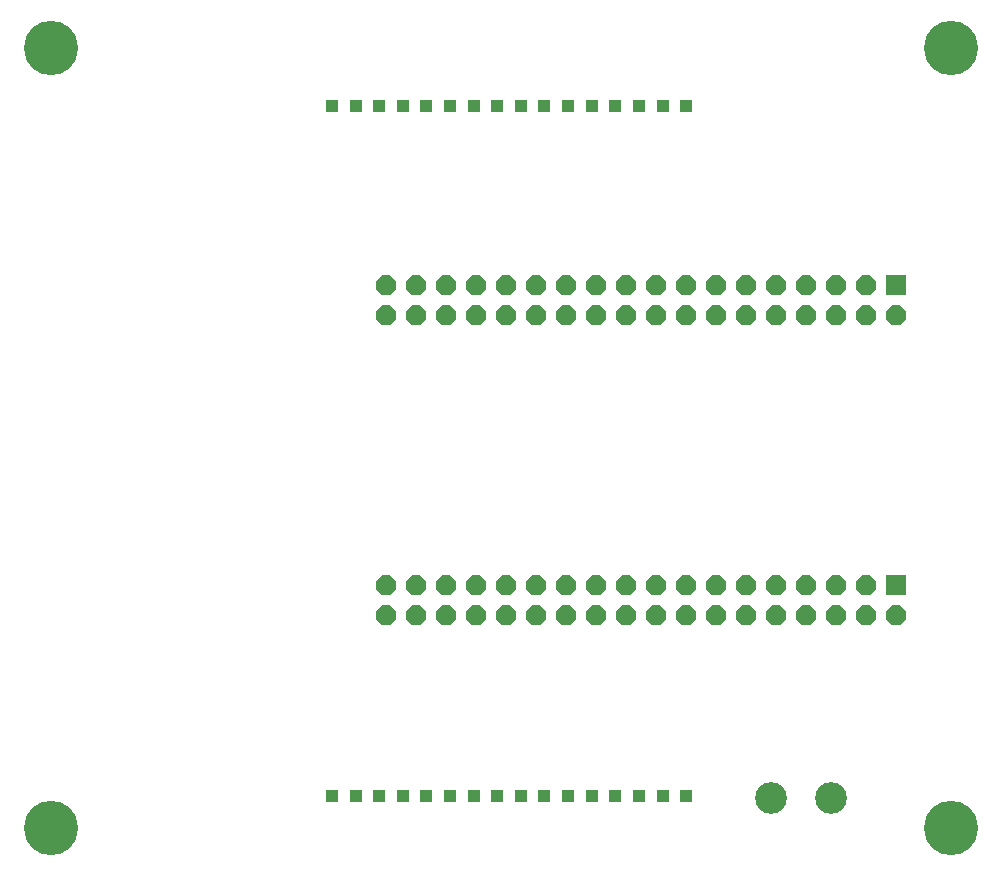
<source format=gbr>
G04 EAGLE Gerber RS-274X export*
G75*
%MOMM*%
%FSLAX34Y34*%
%LPD*%
%INSoldermask Bottom*%
%IPPOS*%
%AMOC8*
5,1,8,0,0,1.08239X$1,22.5*%
G01*
%ADD10R,1.676400X1.676400*%
%ADD11P,1.814519X8X202.500000*%
%ADD12R,1.007200X1.007200*%
%ADD13C,2.692400*%
%ADD14C,4.597400*%


D10*
X766400Y510800D03*
D11*
X766400Y485400D03*
X741000Y510800D03*
X741000Y485400D03*
X715600Y510800D03*
X715600Y485400D03*
X690200Y510800D03*
X690200Y485400D03*
X664800Y510800D03*
X664800Y485400D03*
X639400Y510800D03*
X639400Y485400D03*
X614000Y510800D03*
X614000Y485400D03*
X588600Y510800D03*
X588600Y485400D03*
X563200Y510800D03*
X563200Y485400D03*
X537800Y510800D03*
X537800Y485400D03*
X512400Y510800D03*
X512400Y485400D03*
X487000Y510800D03*
X487000Y485400D03*
X461600Y510800D03*
X461600Y485400D03*
X436200Y510800D03*
X436200Y485400D03*
X410800Y510800D03*
X410800Y485400D03*
X385400Y510800D03*
X385400Y485400D03*
X360000Y510800D03*
X360000Y485400D03*
X334600Y510800D03*
X334600Y485400D03*
D10*
X766400Y256800D03*
D11*
X766400Y231400D03*
X741000Y256800D03*
X741000Y231400D03*
X715600Y256800D03*
X715600Y231400D03*
X690200Y256800D03*
X690200Y231400D03*
X664800Y256800D03*
X664800Y231400D03*
X639400Y256800D03*
X639400Y231400D03*
X614000Y256800D03*
X614000Y231400D03*
X588600Y256800D03*
X588600Y231400D03*
X563200Y256800D03*
X563200Y231400D03*
X537800Y256800D03*
X537800Y231400D03*
X512400Y256800D03*
X512400Y231400D03*
X487000Y256800D03*
X487000Y231400D03*
X461600Y256800D03*
X461600Y231400D03*
X436200Y256800D03*
X436200Y231400D03*
X410800Y256800D03*
X410800Y231400D03*
X385400Y256800D03*
X385400Y231400D03*
X360000Y256800D03*
X360000Y231400D03*
X334600Y256800D03*
X334600Y231400D03*
D12*
X288600Y77800D03*
X308600Y77800D03*
X328600Y77800D03*
X348600Y77800D03*
X368600Y77800D03*
X388600Y77800D03*
X408600Y77800D03*
X428600Y77800D03*
X448600Y77800D03*
X468600Y77800D03*
X488600Y77800D03*
X508600Y77800D03*
X528600Y77800D03*
X548600Y77800D03*
X568600Y77800D03*
X588600Y77800D03*
X288600Y662000D03*
X308600Y662000D03*
X328600Y662000D03*
X348600Y662000D03*
X368600Y662000D03*
X388600Y662000D03*
X408600Y662000D03*
X428600Y662000D03*
X448600Y662000D03*
X468600Y662000D03*
X488600Y662000D03*
X508600Y662000D03*
X528600Y662000D03*
X548600Y662000D03*
X568600Y662000D03*
X588600Y662000D03*
D13*
X660800Y76200D03*
X710800Y76200D03*
D14*
X812800Y50800D03*
X812800Y711200D03*
X50800Y50800D03*
X50800Y711200D03*
M02*

</source>
